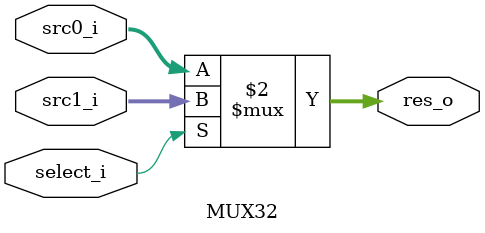
<source format=v>
module MUX32(src0_i, src1_i, select_i, res_o);
    input [31:0] src0_i, src1_i;
    input select_i;
    output [31:0] res_o;

    assign res_o = ((select_i == 1'b0) ? src0_i : src1_i);

endmodule

</source>
